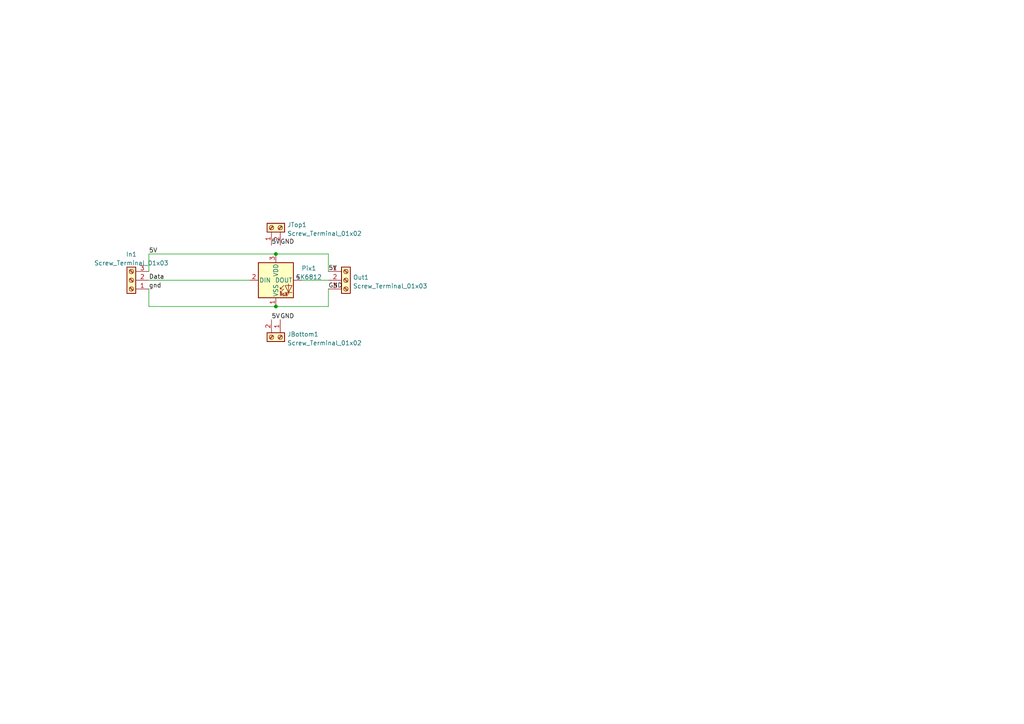
<source format=kicad_sch>
(kicad_sch (version 20211123) (generator eeschema)
  (paper "A4")
  (lib_symbols
    (symbol "Connector:Screw_Terminal_01x02" (pin_names (offset 1.016) hide)
      (property "Reference" "J" (at 0 2.54 0))
      (property "Value" "Screw_Terminal_01x02" (at 0 -5.08 0))
      (symbol "Screw_Terminal_01x02_1_1"
        (rectangle (start -1.27 1.27) (end 1.27 -3.81) (stroke (width 0.254)) (fill (type background)))
        (circle (center 0 -2.54) (radius 0.635) (stroke (width 0.1524)))
        (polyline (pts (xy -0.5334 -2.2098) (xy 0.3302 -3.048)) (stroke (width 0.1524)))
        (polyline (pts (xy -0.5334 0.3302) (xy 0.3302 -0.508)) (stroke (width 0.1524)))
        (polyline (pts (xy -0.3556 -2.032) (xy 0.508 -2.8702)) (stroke (width 0.1524)))
        (polyline (pts (xy -0.3556 0.508) (xy 0.508 -0.3302)) (stroke (width 0.1524)))
        (circle (center 0 0) (radius 0.635) (stroke (width 0.1524)))
        (pin passive line (at -5.08 0 0) (length 3.81) (name "Pin_1") (number "1"))
        (pin passive line (at -5.08 -2.54 0) (length 3.81) (name "Pin_2") (number "2"))
      )
    )
    (symbol "Connector:Screw_Terminal_01x03" (pin_names (offset 1.016) hide)
      (property "Reference" "J" (at 0 5.08 0))
      (property "Value" "Screw_Terminal_01x03" (at 0 -5.08 0))
      (symbol "Screw_Terminal_01x03_1_1"
        (rectangle (start -1.27 3.81) (end 1.27 -3.81) (stroke (width 0.254)) (fill (type background)))
        (circle (center 0 -2.54) (radius 0.635) (stroke (width 0.1524)))
        (polyline (pts (xy -0.5334 -2.2098) (xy 0.3302 -3.048)) (stroke (width 0.1524)))
        (polyline (pts (xy -0.5334 0.3302) (xy 0.3302 -0.508)) (stroke (width 0.1524)))
        (polyline (pts (xy -0.5334 2.8702) (xy 0.3302 2.032)) (stroke (width 0.1524)))
        (polyline (pts (xy -0.3556 -2.032) (xy 0.508 -2.8702)) (stroke (width 0.1524)))
        (polyline (pts (xy -0.3556 0.508) (xy 0.508 -0.3302)) (stroke (width 0.1524)))
        (polyline (pts (xy -0.3556 3.048) (xy 0.508 2.2098)) (stroke (width 0.1524)))
        (circle (center 0 0) (radius 0.635) (stroke (width 0.1524)))
        (circle (center 0 2.54) (radius 0.635) (stroke (width 0.1524)))
        (pin passive line (at -5.08 2.54 0) (length 3.81) (name "Pin_1") (number "1"))
        (pin passive line (at -5.08 0 0) (length 3.81) (name "Pin_2") (number "2"))
        (pin passive line (at -5.08 -2.54 0) (length 3.81) (name "Pin_3") (number "3"))
      )
    )
    (symbol "LED:SK6812" (pin_names (offset 0.254))
      (property "Reference" "D" (at 5.08 5.715 0))
      (property "Value" "SK6812" (at 1.27 -5.715 0))
      (symbol "SK6812_0_0"
        (text "RGB" (at 2.286 -4.191 0) (effects (font (size 0.762 0.762))))
      )
      (symbol "SK6812_0_1"
        (polyline (pts (xy 1.27 -3.556) (xy 1.778 -3.556)))
        (polyline (pts (xy 1.27 -2.54) (xy 1.778 -2.54)))
        (polyline (pts (xy 4.699 -3.556) (xy 2.667 -3.556)))
        (polyline (pts (xy 2.286 -2.54) (xy 1.27 -3.556) (xy 1.27 -3.048)))
        (polyline (pts (xy 2.286 -1.524) (xy 1.27 -2.54) (xy 1.27 -2.032)))
        (polyline (pts (xy 3.683 -1.016) (xy 3.683 -3.556) (xy 3.683 -4.064)))
        (polyline (pts (xy 4.699 -1.524) (xy 2.667 -1.524) (xy 3.683 -3.556) (xy 4.699 -1.524)))
        (rectangle (start 5.08 5.08) (end -5.08 -5.08) (stroke (width 0.254)) (fill (type background)))
      )
      (symbol "SK6812_1_1"
        (pin power_in line (at 0 -7.62 90) (length 2.54) (name "VSS") (number "1"))
        (pin input line (at -7.62 0 0) (length 2.54) (name "DIN") (number "2"))
        (pin power_in line (at 0 7.62 270) (length 2.54) (name "VDD") (number "3"))
        (pin output line (at 7.62 0 180) (length 2.54) (name "DOUT") (number "4"))
      )
    )
  )
  (junction (at 80.01 88.9))
  (junction (at 80.01 73.66))
  (wire (pts (xy 80.01 73.66) (xy 95.25 73.66)))
  (wire (pts (xy 43.18 73.66) (xy 80.01 73.66)))
  (wire (pts (xy 95.25 83.82) (xy 95.25 88.9)))
  (wire (pts (xy 43.18 81.28) (xy 72.39 81.28)))
  (wire (pts (xy 80.01 88.9) (xy 95.25 88.9)))
  (wire (pts (xy 87.63 81.28) (xy 95.25 81.28)))
  (wire (pts (xy 43.18 88.9) (xy 43.18 83.82)))
  (wire (pts (xy 43.18 73.66) (xy 43.18 78.74)))
  (wire (pts (xy 95.25 78.74) (xy 95.25 73.66)))
  (wire (pts (xy 80.01 88.9) (xy 43.18 88.9)))
  (label "gnd" (at 43.18 83.82 0))
  (label "5V" (at 78.74 71.12 0))
  (label "5V" (at 78.74 92.71 0))
  (label "5V" (at 43.18 73.66 0))
  (label "Data" (at 43.18 81.28 0))
  (label "GND" (at 81.28 71.12 0))
  (label "GND" (at 81.28 92.71 0))
  (label "5V" (at 95.25 78.74 0))
  (label "GND" (at 95.25 83.82 0))
  (symbol (lib_id "Connector:Screw_Terminal_01x02") (at 78.74 66.04 90) (unit 1)
    (property "Reference" "JTop1" (at 83.312 65.2053 90) (effects (justify right)))
    (property "Value" "Screw_Terminal_01x02" (at 83.312 67.7422 90) (effects (justify right)))
    (property "Footprint" "TerminalBlock_TE-Connectivity:TerminalBlock_TE_282834-2_1x02_P2.54mm_Horizontal" (effects hide))
  )
  (symbol (lib_id "Connector:Screw_Terminal_01x02") (at 81.28 97.79 270) (unit 1)
    (property "Reference" "JBottom1" (at 83.312 96.9553 90) (effects (justify left)))
    (property "Value" "Screw_Terminal_01x02" (at 83.312 99.4922 90) (effects (justify left)))
    (property "Footprint" "TerminalBlock_TE-Connectivity:TerminalBlock_TE_282834-2_1x02_P2.54mm_Horizontal" (effects hide))
  )
  (symbol (lib_id "LED:SK6812") (at 80.01 81.28 0) (unit 1)
    (property "Reference" "Pix1" (at 89.5902 77.8216 0))
    (property "Value" "SK6812" (at 89.5902 80.3585 0))
    (property "Footprint" "LED_SMD:LED_SK6812_PLCC4_5.0x5.0mm_P3.2mm" (effects hide))
    (property "Datasheet" "https://cdn-shop.adafruit.com/product-files/1138/SK6812+LED+datasheet+.pdf" (effects hide))
  )
  (symbol (lib_id "Connector:Screw_Terminal_01x03") (at 100.33 81.28 0) (unit 1)
    (property "Reference" "Out1" (at 102.362 80.4453 0) (effects (justify left)))
    (property "Value" "Screw_Terminal_01x03" (at 102.362 82.9822 0) (effects (justify left)))
    (property "Footprint" "TerminalBlock_TE-Connectivity:TerminalBlock_TE_282834-3_1x03_P2.54mm_Horizontal" (effects hide))
  )
  (symbol (lib_id "Connector:Screw_Terminal_01x03") (at 38.1 81.28 180) (unit 1)
    (property "Reference" "In1" (at 38.1 73.7702 0))
    (property "Value" "Screw_Terminal_01x03" (at 38.1 76.3071 0))
    (property "Footprint" "TerminalBlock_TE-Connectivity:TerminalBlock_TE_282834-3_1x03_P2.54mm_Horizontal" (effects hide))
  )
)
</source>
